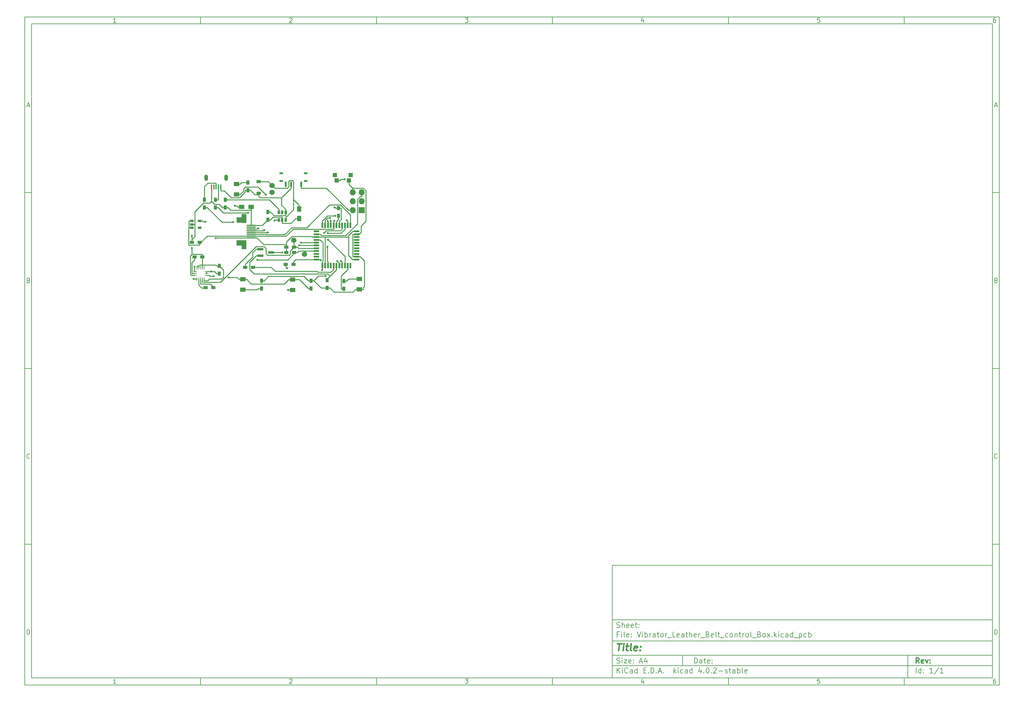
<source format=gtl>
G04 #@! TF.FileFunction,Copper,L1,Top,Signal*
%FSLAX46Y46*%
G04 Gerber Fmt 4.6, Leading zero omitted, Abs format (unit mm)*
G04 Created by KiCad (PCBNEW 4.0.2-stable) date 2016 October 13, Thursday 23:14:49*
%MOMM*%
G01*
G04 APERTURE LIST*
%ADD10C,0.100000*%
%ADD11C,0.150000*%
%ADD12C,0.300000*%
%ADD13C,0.400000*%
%ADD14R,1.200000X0.900000*%
%ADD15O,1.050000X1.800000*%
%ADD16R,0.400000X1.400000*%
%ADD17C,1.524000*%
%ADD18R,1.300000X1.500000*%
%ADD19R,0.900000X1.200000*%
%ADD20R,1.500000X1.300000*%
%ADD21R,1.220000X0.910000*%
%ADD22R,1.500000X1.200000*%
%ADD23R,0.650000X1.060000*%
%ADD24R,0.250000X1.000000*%
%ADD25R,1.000000X0.250000*%
%ADD26R,1.727200X1.727200*%
%ADD27O,1.727200X1.727200*%
%ADD28R,1.800860X0.800100*%
%ADD29R,1.000000X0.600000*%
%ADD30R,0.600000X1.500000*%
%ADD31R,1.200000X1.200000*%
%ADD32R,1.060000X0.650000*%
%ADD33R,0.550000X1.500000*%
%ADD34R,1.500000X0.550000*%
%ADD35R,2.500000X0.300000*%
%ADD36R,1.400000X2.500000*%
%ADD37R,2.800000X1.500000*%
%ADD38C,1.500000*%
%ADD39C,0.600000*%
%ADD40C,0.250000*%
G04 APERTURE END LIST*
D10*
D11*
X177002200Y-166007200D02*
X177002200Y-198007200D01*
X285002200Y-198007200D01*
X285002200Y-166007200D01*
X177002200Y-166007200D01*
D10*
D11*
X10000000Y-10000000D02*
X10000000Y-200007200D01*
X287002200Y-200007200D01*
X287002200Y-10000000D01*
X10000000Y-10000000D01*
D10*
D11*
X12000000Y-12000000D02*
X12000000Y-198007200D01*
X285002200Y-198007200D01*
X285002200Y-12000000D01*
X12000000Y-12000000D01*
D10*
D11*
X60000000Y-12000000D02*
X60000000Y-10000000D01*
D10*
D11*
X110000000Y-12000000D02*
X110000000Y-10000000D01*
D10*
D11*
X160000000Y-12000000D02*
X160000000Y-10000000D01*
D10*
D11*
X210000000Y-12000000D02*
X210000000Y-10000000D01*
D10*
D11*
X260000000Y-12000000D02*
X260000000Y-10000000D01*
D10*
D11*
X35990476Y-11588095D02*
X35247619Y-11588095D01*
X35619048Y-11588095D02*
X35619048Y-10288095D01*
X35495238Y-10473810D01*
X35371429Y-10597619D01*
X35247619Y-10659524D01*
D10*
D11*
X85247619Y-10411905D02*
X85309524Y-10350000D01*
X85433333Y-10288095D01*
X85742857Y-10288095D01*
X85866667Y-10350000D01*
X85928571Y-10411905D01*
X85990476Y-10535714D01*
X85990476Y-10659524D01*
X85928571Y-10845238D01*
X85185714Y-11588095D01*
X85990476Y-11588095D01*
D10*
D11*
X135185714Y-10288095D02*
X135990476Y-10288095D01*
X135557143Y-10783333D01*
X135742857Y-10783333D01*
X135866667Y-10845238D01*
X135928571Y-10907143D01*
X135990476Y-11030952D01*
X135990476Y-11340476D01*
X135928571Y-11464286D01*
X135866667Y-11526190D01*
X135742857Y-11588095D01*
X135371429Y-11588095D01*
X135247619Y-11526190D01*
X135185714Y-11464286D01*
D10*
D11*
X185866667Y-10721429D02*
X185866667Y-11588095D01*
X185557143Y-10226190D02*
X185247619Y-11154762D01*
X186052381Y-11154762D01*
D10*
D11*
X235928571Y-10288095D02*
X235309524Y-10288095D01*
X235247619Y-10907143D01*
X235309524Y-10845238D01*
X235433333Y-10783333D01*
X235742857Y-10783333D01*
X235866667Y-10845238D01*
X235928571Y-10907143D01*
X235990476Y-11030952D01*
X235990476Y-11340476D01*
X235928571Y-11464286D01*
X235866667Y-11526190D01*
X235742857Y-11588095D01*
X235433333Y-11588095D01*
X235309524Y-11526190D01*
X235247619Y-11464286D01*
D10*
D11*
X285866667Y-10288095D02*
X285619048Y-10288095D01*
X285495238Y-10350000D01*
X285433333Y-10411905D01*
X285309524Y-10597619D01*
X285247619Y-10845238D01*
X285247619Y-11340476D01*
X285309524Y-11464286D01*
X285371429Y-11526190D01*
X285495238Y-11588095D01*
X285742857Y-11588095D01*
X285866667Y-11526190D01*
X285928571Y-11464286D01*
X285990476Y-11340476D01*
X285990476Y-11030952D01*
X285928571Y-10907143D01*
X285866667Y-10845238D01*
X285742857Y-10783333D01*
X285495238Y-10783333D01*
X285371429Y-10845238D01*
X285309524Y-10907143D01*
X285247619Y-11030952D01*
D10*
D11*
X60000000Y-198007200D02*
X60000000Y-200007200D01*
D10*
D11*
X110000000Y-198007200D02*
X110000000Y-200007200D01*
D10*
D11*
X160000000Y-198007200D02*
X160000000Y-200007200D01*
D10*
D11*
X210000000Y-198007200D02*
X210000000Y-200007200D01*
D10*
D11*
X260000000Y-198007200D02*
X260000000Y-200007200D01*
D10*
D11*
X35990476Y-199595295D02*
X35247619Y-199595295D01*
X35619048Y-199595295D02*
X35619048Y-198295295D01*
X35495238Y-198481010D01*
X35371429Y-198604819D01*
X35247619Y-198666724D01*
D10*
D11*
X85247619Y-198419105D02*
X85309524Y-198357200D01*
X85433333Y-198295295D01*
X85742857Y-198295295D01*
X85866667Y-198357200D01*
X85928571Y-198419105D01*
X85990476Y-198542914D01*
X85990476Y-198666724D01*
X85928571Y-198852438D01*
X85185714Y-199595295D01*
X85990476Y-199595295D01*
D10*
D11*
X135185714Y-198295295D02*
X135990476Y-198295295D01*
X135557143Y-198790533D01*
X135742857Y-198790533D01*
X135866667Y-198852438D01*
X135928571Y-198914343D01*
X135990476Y-199038152D01*
X135990476Y-199347676D01*
X135928571Y-199471486D01*
X135866667Y-199533390D01*
X135742857Y-199595295D01*
X135371429Y-199595295D01*
X135247619Y-199533390D01*
X135185714Y-199471486D01*
D10*
D11*
X185866667Y-198728629D02*
X185866667Y-199595295D01*
X185557143Y-198233390D02*
X185247619Y-199161962D01*
X186052381Y-199161962D01*
D10*
D11*
X235928571Y-198295295D02*
X235309524Y-198295295D01*
X235247619Y-198914343D01*
X235309524Y-198852438D01*
X235433333Y-198790533D01*
X235742857Y-198790533D01*
X235866667Y-198852438D01*
X235928571Y-198914343D01*
X235990476Y-199038152D01*
X235990476Y-199347676D01*
X235928571Y-199471486D01*
X235866667Y-199533390D01*
X235742857Y-199595295D01*
X235433333Y-199595295D01*
X235309524Y-199533390D01*
X235247619Y-199471486D01*
D10*
D11*
X285866667Y-198295295D02*
X285619048Y-198295295D01*
X285495238Y-198357200D01*
X285433333Y-198419105D01*
X285309524Y-198604819D01*
X285247619Y-198852438D01*
X285247619Y-199347676D01*
X285309524Y-199471486D01*
X285371429Y-199533390D01*
X285495238Y-199595295D01*
X285742857Y-199595295D01*
X285866667Y-199533390D01*
X285928571Y-199471486D01*
X285990476Y-199347676D01*
X285990476Y-199038152D01*
X285928571Y-198914343D01*
X285866667Y-198852438D01*
X285742857Y-198790533D01*
X285495238Y-198790533D01*
X285371429Y-198852438D01*
X285309524Y-198914343D01*
X285247619Y-199038152D01*
D10*
D11*
X10000000Y-60000000D02*
X12000000Y-60000000D01*
D10*
D11*
X10000000Y-110000000D02*
X12000000Y-110000000D01*
D10*
D11*
X10000000Y-160000000D02*
X12000000Y-160000000D01*
D10*
D11*
X10690476Y-35216667D02*
X11309524Y-35216667D01*
X10566667Y-35588095D02*
X11000000Y-34288095D01*
X11433333Y-35588095D01*
D10*
D11*
X11092857Y-84907143D02*
X11278571Y-84969048D01*
X11340476Y-85030952D01*
X11402381Y-85154762D01*
X11402381Y-85340476D01*
X11340476Y-85464286D01*
X11278571Y-85526190D01*
X11154762Y-85588095D01*
X10659524Y-85588095D01*
X10659524Y-84288095D01*
X11092857Y-84288095D01*
X11216667Y-84350000D01*
X11278571Y-84411905D01*
X11340476Y-84535714D01*
X11340476Y-84659524D01*
X11278571Y-84783333D01*
X11216667Y-84845238D01*
X11092857Y-84907143D01*
X10659524Y-84907143D01*
D10*
D11*
X11402381Y-135464286D02*
X11340476Y-135526190D01*
X11154762Y-135588095D01*
X11030952Y-135588095D01*
X10845238Y-135526190D01*
X10721429Y-135402381D01*
X10659524Y-135278571D01*
X10597619Y-135030952D01*
X10597619Y-134845238D01*
X10659524Y-134597619D01*
X10721429Y-134473810D01*
X10845238Y-134350000D01*
X11030952Y-134288095D01*
X11154762Y-134288095D01*
X11340476Y-134350000D01*
X11402381Y-134411905D01*
D10*
D11*
X10659524Y-185588095D02*
X10659524Y-184288095D01*
X10969048Y-184288095D01*
X11154762Y-184350000D01*
X11278571Y-184473810D01*
X11340476Y-184597619D01*
X11402381Y-184845238D01*
X11402381Y-185030952D01*
X11340476Y-185278571D01*
X11278571Y-185402381D01*
X11154762Y-185526190D01*
X10969048Y-185588095D01*
X10659524Y-185588095D01*
D10*
D11*
X287002200Y-60000000D02*
X285002200Y-60000000D01*
D10*
D11*
X287002200Y-110000000D02*
X285002200Y-110000000D01*
D10*
D11*
X287002200Y-160000000D02*
X285002200Y-160000000D01*
D10*
D11*
X285692676Y-35216667D02*
X286311724Y-35216667D01*
X285568867Y-35588095D02*
X286002200Y-34288095D01*
X286435533Y-35588095D01*
D10*
D11*
X286095057Y-84907143D02*
X286280771Y-84969048D01*
X286342676Y-85030952D01*
X286404581Y-85154762D01*
X286404581Y-85340476D01*
X286342676Y-85464286D01*
X286280771Y-85526190D01*
X286156962Y-85588095D01*
X285661724Y-85588095D01*
X285661724Y-84288095D01*
X286095057Y-84288095D01*
X286218867Y-84350000D01*
X286280771Y-84411905D01*
X286342676Y-84535714D01*
X286342676Y-84659524D01*
X286280771Y-84783333D01*
X286218867Y-84845238D01*
X286095057Y-84907143D01*
X285661724Y-84907143D01*
D10*
D11*
X286404581Y-135464286D02*
X286342676Y-135526190D01*
X286156962Y-135588095D01*
X286033152Y-135588095D01*
X285847438Y-135526190D01*
X285723629Y-135402381D01*
X285661724Y-135278571D01*
X285599819Y-135030952D01*
X285599819Y-134845238D01*
X285661724Y-134597619D01*
X285723629Y-134473810D01*
X285847438Y-134350000D01*
X286033152Y-134288095D01*
X286156962Y-134288095D01*
X286342676Y-134350000D01*
X286404581Y-134411905D01*
D10*
D11*
X285661724Y-185588095D02*
X285661724Y-184288095D01*
X285971248Y-184288095D01*
X286156962Y-184350000D01*
X286280771Y-184473810D01*
X286342676Y-184597619D01*
X286404581Y-184845238D01*
X286404581Y-185030952D01*
X286342676Y-185278571D01*
X286280771Y-185402381D01*
X286156962Y-185526190D01*
X285971248Y-185588095D01*
X285661724Y-185588095D01*
D10*
D11*
X200359343Y-193785771D02*
X200359343Y-192285771D01*
X200716486Y-192285771D01*
X200930771Y-192357200D01*
X201073629Y-192500057D01*
X201145057Y-192642914D01*
X201216486Y-192928629D01*
X201216486Y-193142914D01*
X201145057Y-193428629D01*
X201073629Y-193571486D01*
X200930771Y-193714343D01*
X200716486Y-193785771D01*
X200359343Y-193785771D01*
X202502200Y-193785771D02*
X202502200Y-193000057D01*
X202430771Y-192857200D01*
X202287914Y-192785771D01*
X202002200Y-192785771D01*
X201859343Y-192857200D01*
X202502200Y-193714343D02*
X202359343Y-193785771D01*
X202002200Y-193785771D01*
X201859343Y-193714343D01*
X201787914Y-193571486D01*
X201787914Y-193428629D01*
X201859343Y-193285771D01*
X202002200Y-193214343D01*
X202359343Y-193214343D01*
X202502200Y-193142914D01*
X203002200Y-192785771D02*
X203573629Y-192785771D01*
X203216486Y-192285771D02*
X203216486Y-193571486D01*
X203287914Y-193714343D01*
X203430772Y-193785771D01*
X203573629Y-193785771D01*
X204645057Y-193714343D02*
X204502200Y-193785771D01*
X204216486Y-193785771D01*
X204073629Y-193714343D01*
X204002200Y-193571486D01*
X204002200Y-193000057D01*
X204073629Y-192857200D01*
X204216486Y-192785771D01*
X204502200Y-192785771D01*
X204645057Y-192857200D01*
X204716486Y-193000057D01*
X204716486Y-193142914D01*
X204002200Y-193285771D01*
X205359343Y-193642914D02*
X205430771Y-193714343D01*
X205359343Y-193785771D01*
X205287914Y-193714343D01*
X205359343Y-193642914D01*
X205359343Y-193785771D01*
X205359343Y-192857200D02*
X205430771Y-192928629D01*
X205359343Y-193000057D01*
X205287914Y-192928629D01*
X205359343Y-192857200D01*
X205359343Y-193000057D01*
D10*
D11*
X177002200Y-194507200D02*
X285002200Y-194507200D01*
D10*
D11*
X178359343Y-196585771D02*
X178359343Y-195085771D01*
X179216486Y-196585771D02*
X178573629Y-195728629D01*
X179216486Y-195085771D02*
X178359343Y-195942914D01*
X179859343Y-196585771D02*
X179859343Y-195585771D01*
X179859343Y-195085771D02*
X179787914Y-195157200D01*
X179859343Y-195228629D01*
X179930771Y-195157200D01*
X179859343Y-195085771D01*
X179859343Y-195228629D01*
X181430772Y-196442914D02*
X181359343Y-196514343D01*
X181145057Y-196585771D01*
X181002200Y-196585771D01*
X180787915Y-196514343D01*
X180645057Y-196371486D01*
X180573629Y-196228629D01*
X180502200Y-195942914D01*
X180502200Y-195728629D01*
X180573629Y-195442914D01*
X180645057Y-195300057D01*
X180787915Y-195157200D01*
X181002200Y-195085771D01*
X181145057Y-195085771D01*
X181359343Y-195157200D01*
X181430772Y-195228629D01*
X182716486Y-196585771D02*
X182716486Y-195800057D01*
X182645057Y-195657200D01*
X182502200Y-195585771D01*
X182216486Y-195585771D01*
X182073629Y-195657200D01*
X182716486Y-196514343D02*
X182573629Y-196585771D01*
X182216486Y-196585771D01*
X182073629Y-196514343D01*
X182002200Y-196371486D01*
X182002200Y-196228629D01*
X182073629Y-196085771D01*
X182216486Y-196014343D01*
X182573629Y-196014343D01*
X182716486Y-195942914D01*
X184073629Y-196585771D02*
X184073629Y-195085771D01*
X184073629Y-196514343D02*
X183930772Y-196585771D01*
X183645058Y-196585771D01*
X183502200Y-196514343D01*
X183430772Y-196442914D01*
X183359343Y-196300057D01*
X183359343Y-195871486D01*
X183430772Y-195728629D01*
X183502200Y-195657200D01*
X183645058Y-195585771D01*
X183930772Y-195585771D01*
X184073629Y-195657200D01*
X185930772Y-195800057D02*
X186430772Y-195800057D01*
X186645058Y-196585771D02*
X185930772Y-196585771D01*
X185930772Y-195085771D01*
X186645058Y-195085771D01*
X187287915Y-196442914D02*
X187359343Y-196514343D01*
X187287915Y-196585771D01*
X187216486Y-196514343D01*
X187287915Y-196442914D01*
X187287915Y-196585771D01*
X188002201Y-196585771D02*
X188002201Y-195085771D01*
X188359344Y-195085771D01*
X188573629Y-195157200D01*
X188716487Y-195300057D01*
X188787915Y-195442914D01*
X188859344Y-195728629D01*
X188859344Y-195942914D01*
X188787915Y-196228629D01*
X188716487Y-196371486D01*
X188573629Y-196514343D01*
X188359344Y-196585771D01*
X188002201Y-196585771D01*
X189502201Y-196442914D02*
X189573629Y-196514343D01*
X189502201Y-196585771D01*
X189430772Y-196514343D01*
X189502201Y-196442914D01*
X189502201Y-196585771D01*
X190145058Y-196157200D02*
X190859344Y-196157200D01*
X190002201Y-196585771D02*
X190502201Y-195085771D01*
X191002201Y-196585771D01*
X191502201Y-196442914D02*
X191573629Y-196514343D01*
X191502201Y-196585771D01*
X191430772Y-196514343D01*
X191502201Y-196442914D01*
X191502201Y-196585771D01*
X194502201Y-196585771D02*
X194502201Y-195085771D01*
X194645058Y-196014343D02*
X195073629Y-196585771D01*
X195073629Y-195585771D02*
X194502201Y-196157200D01*
X195716487Y-196585771D02*
X195716487Y-195585771D01*
X195716487Y-195085771D02*
X195645058Y-195157200D01*
X195716487Y-195228629D01*
X195787915Y-195157200D01*
X195716487Y-195085771D01*
X195716487Y-195228629D01*
X197073630Y-196514343D02*
X196930773Y-196585771D01*
X196645059Y-196585771D01*
X196502201Y-196514343D01*
X196430773Y-196442914D01*
X196359344Y-196300057D01*
X196359344Y-195871486D01*
X196430773Y-195728629D01*
X196502201Y-195657200D01*
X196645059Y-195585771D01*
X196930773Y-195585771D01*
X197073630Y-195657200D01*
X198359344Y-196585771D02*
X198359344Y-195800057D01*
X198287915Y-195657200D01*
X198145058Y-195585771D01*
X197859344Y-195585771D01*
X197716487Y-195657200D01*
X198359344Y-196514343D02*
X198216487Y-196585771D01*
X197859344Y-196585771D01*
X197716487Y-196514343D01*
X197645058Y-196371486D01*
X197645058Y-196228629D01*
X197716487Y-196085771D01*
X197859344Y-196014343D01*
X198216487Y-196014343D01*
X198359344Y-195942914D01*
X199716487Y-196585771D02*
X199716487Y-195085771D01*
X199716487Y-196514343D02*
X199573630Y-196585771D01*
X199287916Y-196585771D01*
X199145058Y-196514343D01*
X199073630Y-196442914D01*
X199002201Y-196300057D01*
X199002201Y-195871486D01*
X199073630Y-195728629D01*
X199145058Y-195657200D01*
X199287916Y-195585771D01*
X199573630Y-195585771D01*
X199716487Y-195657200D01*
X202216487Y-195585771D02*
X202216487Y-196585771D01*
X201859344Y-195014343D02*
X201502201Y-196085771D01*
X202430773Y-196085771D01*
X203002201Y-196442914D02*
X203073629Y-196514343D01*
X203002201Y-196585771D01*
X202930772Y-196514343D01*
X203002201Y-196442914D01*
X203002201Y-196585771D01*
X204002201Y-195085771D02*
X204145058Y-195085771D01*
X204287915Y-195157200D01*
X204359344Y-195228629D01*
X204430773Y-195371486D01*
X204502201Y-195657200D01*
X204502201Y-196014343D01*
X204430773Y-196300057D01*
X204359344Y-196442914D01*
X204287915Y-196514343D01*
X204145058Y-196585771D01*
X204002201Y-196585771D01*
X203859344Y-196514343D01*
X203787915Y-196442914D01*
X203716487Y-196300057D01*
X203645058Y-196014343D01*
X203645058Y-195657200D01*
X203716487Y-195371486D01*
X203787915Y-195228629D01*
X203859344Y-195157200D01*
X204002201Y-195085771D01*
X205145058Y-196442914D02*
X205216486Y-196514343D01*
X205145058Y-196585771D01*
X205073629Y-196514343D01*
X205145058Y-196442914D01*
X205145058Y-196585771D01*
X205787915Y-195228629D02*
X205859344Y-195157200D01*
X206002201Y-195085771D01*
X206359344Y-195085771D01*
X206502201Y-195157200D01*
X206573630Y-195228629D01*
X206645058Y-195371486D01*
X206645058Y-195514343D01*
X206573630Y-195728629D01*
X205716487Y-196585771D01*
X206645058Y-196585771D01*
X207287915Y-196014343D02*
X208430772Y-196014343D01*
X209073629Y-196514343D02*
X209216486Y-196585771D01*
X209502201Y-196585771D01*
X209645058Y-196514343D01*
X209716486Y-196371486D01*
X209716486Y-196300057D01*
X209645058Y-196157200D01*
X209502201Y-196085771D01*
X209287915Y-196085771D01*
X209145058Y-196014343D01*
X209073629Y-195871486D01*
X209073629Y-195800057D01*
X209145058Y-195657200D01*
X209287915Y-195585771D01*
X209502201Y-195585771D01*
X209645058Y-195657200D01*
X210145058Y-195585771D02*
X210716487Y-195585771D01*
X210359344Y-195085771D02*
X210359344Y-196371486D01*
X210430772Y-196514343D01*
X210573630Y-196585771D01*
X210716487Y-196585771D01*
X211859344Y-196585771D02*
X211859344Y-195800057D01*
X211787915Y-195657200D01*
X211645058Y-195585771D01*
X211359344Y-195585771D01*
X211216487Y-195657200D01*
X211859344Y-196514343D02*
X211716487Y-196585771D01*
X211359344Y-196585771D01*
X211216487Y-196514343D01*
X211145058Y-196371486D01*
X211145058Y-196228629D01*
X211216487Y-196085771D01*
X211359344Y-196014343D01*
X211716487Y-196014343D01*
X211859344Y-195942914D01*
X212573630Y-196585771D02*
X212573630Y-195085771D01*
X212573630Y-195657200D02*
X212716487Y-195585771D01*
X213002201Y-195585771D01*
X213145058Y-195657200D01*
X213216487Y-195728629D01*
X213287916Y-195871486D01*
X213287916Y-196300057D01*
X213216487Y-196442914D01*
X213145058Y-196514343D01*
X213002201Y-196585771D01*
X212716487Y-196585771D01*
X212573630Y-196514343D01*
X214145059Y-196585771D02*
X214002201Y-196514343D01*
X213930773Y-196371486D01*
X213930773Y-195085771D01*
X215287915Y-196514343D02*
X215145058Y-196585771D01*
X214859344Y-196585771D01*
X214716487Y-196514343D01*
X214645058Y-196371486D01*
X214645058Y-195800057D01*
X214716487Y-195657200D01*
X214859344Y-195585771D01*
X215145058Y-195585771D01*
X215287915Y-195657200D01*
X215359344Y-195800057D01*
X215359344Y-195942914D01*
X214645058Y-196085771D01*
D10*
D11*
X177002200Y-191507200D02*
X285002200Y-191507200D01*
D10*
D12*
X264216486Y-193785771D02*
X263716486Y-193071486D01*
X263359343Y-193785771D02*
X263359343Y-192285771D01*
X263930771Y-192285771D01*
X264073629Y-192357200D01*
X264145057Y-192428629D01*
X264216486Y-192571486D01*
X264216486Y-192785771D01*
X264145057Y-192928629D01*
X264073629Y-193000057D01*
X263930771Y-193071486D01*
X263359343Y-193071486D01*
X265430771Y-193714343D02*
X265287914Y-193785771D01*
X265002200Y-193785771D01*
X264859343Y-193714343D01*
X264787914Y-193571486D01*
X264787914Y-193000057D01*
X264859343Y-192857200D01*
X265002200Y-192785771D01*
X265287914Y-192785771D01*
X265430771Y-192857200D01*
X265502200Y-193000057D01*
X265502200Y-193142914D01*
X264787914Y-193285771D01*
X266002200Y-192785771D02*
X266359343Y-193785771D01*
X266716485Y-192785771D01*
X267287914Y-193642914D02*
X267359342Y-193714343D01*
X267287914Y-193785771D01*
X267216485Y-193714343D01*
X267287914Y-193642914D01*
X267287914Y-193785771D01*
X267287914Y-192857200D02*
X267359342Y-192928629D01*
X267287914Y-193000057D01*
X267216485Y-192928629D01*
X267287914Y-192857200D01*
X267287914Y-193000057D01*
D10*
D11*
X178287914Y-193714343D02*
X178502200Y-193785771D01*
X178859343Y-193785771D01*
X179002200Y-193714343D01*
X179073629Y-193642914D01*
X179145057Y-193500057D01*
X179145057Y-193357200D01*
X179073629Y-193214343D01*
X179002200Y-193142914D01*
X178859343Y-193071486D01*
X178573629Y-193000057D01*
X178430771Y-192928629D01*
X178359343Y-192857200D01*
X178287914Y-192714343D01*
X178287914Y-192571486D01*
X178359343Y-192428629D01*
X178430771Y-192357200D01*
X178573629Y-192285771D01*
X178930771Y-192285771D01*
X179145057Y-192357200D01*
X179787914Y-193785771D02*
X179787914Y-192785771D01*
X179787914Y-192285771D02*
X179716485Y-192357200D01*
X179787914Y-192428629D01*
X179859342Y-192357200D01*
X179787914Y-192285771D01*
X179787914Y-192428629D01*
X180359343Y-192785771D02*
X181145057Y-192785771D01*
X180359343Y-193785771D01*
X181145057Y-193785771D01*
X182287914Y-193714343D02*
X182145057Y-193785771D01*
X181859343Y-193785771D01*
X181716486Y-193714343D01*
X181645057Y-193571486D01*
X181645057Y-193000057D01*
X181716486Y-192857200D01*
X181859343Y-192785771D01*
X182145057Y-192785771D01*
X182287914Y-192857200D01*
X182359343Y-193000057D01*
X182359343Y-193142914D01*
X181645057Y-193285771D01*
X183002200Y-193642914D02*
X183073628Y-193714343D01*
X183002200Y-193785771D01*
X182930771Y-193714343D01*
X183002200Y-193642914D01*
X183002200Y-193785771D01*
X183002200Y-192857200D02*
X183073628Y-192928629D01*
X183002200Y-193000057D01*
X182930771Y-192928629D01*
X183002200Y-192857200D01*
X183002200Y-193000057D01*
X184787914Y-193357200D02*
X185502200Y-193357200D01*
X184645057Y-193785771D02*
X185145057Y-192285771D01*
X185645057Y-193785771D01*
X186787914Y-192785771D02*
X186787914Y-193785771D01*
X186430771Y-192214343D02*
X186073628Y-193285771D01*
X187002200Y-193285771D01*
D10*
D11*
X263359343Y-196585771D02*
X263359343Y-195085771D01*
X264716486Y-196585771D02*
X264716486Y-195085771D01*
X264716486Y-196514343D02*
X264573629Y-196585771D01*
X264287915Y-196585771D01*
X264145057Y-196514343D01*
X264073629Y-196442914D01*
X264002200Y-196300057D01*
X264002200Y-195871486D01*
X264073629Y-195728629D01*
X264145057Y-195657200D01*
X264287915Y-195585771D01*
X264573629Y-195585771D01*
X264716486Y-195657200D01*
X265430772Y-196442914D02*
X265502200Y-196514343D01*
X265430772Y-196585771D01*
X265359343Y-196514343D01*
X265430772Y-196442914D01*
X265430772Y-196585771D01*
X265430772Y-195657200D02*
X265502200Y-195728629D01*
X265430772Y-195800057D01*
X265359343Y-195728629D01*
X265430772Y-195657200D01*
X265430772Y-195800057D01*
X268073629Y-196585771D02*
X267216486Y-196585771D01*
X267645058Y-196585771D02*
X267645058Y-195085771D01*
X267502201Y-195300057D01*
X267359343Y-195442914D01*
X267216486Y-195514343D01*
X269787914Y-195014343D02*
X268502200Y-196942914D01*
X271073629Y-196585771D02*
X270216486Y-196585771D01*
X270645058Y-196585771D02*
X270645058Y-195085771D01*
X270502201Y-195300057D01*
X270359343Y-195442914D01*
X270216486Y-195514343D01*
D10*
D11*
X177002200Y-187507200D02*
X285002200Y-187507200D01*
D10*
D13*
X178454581Y-188211962D02*
X179597438Y-188211962D01*
X178776010Y-190211962D02*
X179026010Y-188211962D01*
X180014105Y-190211962D02*
X180180771Y-188878629D01*
X180264105Y-188211962D02*
X180156962Y-188307200D01*
X180240295Y-188402438D01*
X180347439Y-188307200D01*
X180264105Y-188211962D01*
X180240295Y-188402438D01*
X180847438Y-188878629D02*
X181609343Y-188878629D01*
X181216486Y-188211962D02*
X181002200Y-189926248D01*
X181073630Y-190116724D01*
X181252201Y-190211962D01*
X181442677Y-190211962D01*
X182395058Y-190211962D02*
X182216487Y-190116724D01*
X182145057Y-189926248D01*
X182359343Y-188211962D01*
X183930772Y-190116724D02*
X183728391Y-190211962D01*
X183347439Y-190211962D01*
X183168867Y-190116724D01*
X183097438Y-189926248D01*
X183192676Y-189164343D01*
X183311724Y-188973867D01*
X183514105Y-188878629D01*
X183895057Y-188878629D01*
X184073629Y-188973867D01*
X184145057Y-189164343D01*
X184121248Y-189354819D01*
X183145057Y-189545295D01*
X184895057Y-190021486D02*
X184978392Y-190116724D01*
X184871248Y-190211962D01*
X184787915Y-190116724D01*
X184895057Y-190021486D01*
X184871248Y-190211962D01*
X185026010Y-188973867D02*
X185109344Y-189069105D01*
X185002200Y-189164343D01*
X184918867Y-189069105D01*
X185026010Y-188973867D01*
X185002200Y-189164343D01*
D10*
D11*
X178859343Y-185600057D02*
X178359343Y-185600057D01*
X178359343Y-186385771D02*
X178359343Y-184885771D01*
X179073629Y-184885771D01*
X179645057Y-186385771D02*
X179645057Y-185385771D01*
X179645057Y-184885771D02*
X179573628Y-184957200D01*
X179645057Y-185028629D01*
X179716485Y-184957200D01*
X179645057Y-184885771D01*
X179645057Y-185028629D01*
X180573629Y-186385771D02*
X180430771Y-186314343D01*
X180359343Y-186171486D01*
X180359343Y-184885771D01*
X181716485Y-186314343D02*
X181573628Y-186385771D01*
X181287914Y-186385771D01*
X181145057Y-186314343D01*
X181073628Y-186171486D01*
X181073628Y-185600057D01*
X181145057Y-185457200D01*
X181287914Y-185385771D01*
X181573628Y-185385771D01*
X181716485Y-185457200D01*
X181787914Y-185600057D01*
X181787914Y-185742914D01*
X181073628Y-185885771D01*
X182430771Y-186242914D02*
X182502199Y-186314343D01*
X182430771Y-186385771D01*
X182359342Y-186314343D01*
X182430771Y-186242914D01*
X182430771Y-186385771D01*
X182430771Y-185457200D02*
X182502199Y-185528629D01*
X182430771Y-185600057D01*
X182359342Y-185528629D01*
X182430771Y-185457200D01*
X182430771Y-185600057D01*
X184073628Y-184885771D02*
X184573628Y-186385771D01*
X185073628Y-184885771D01*
X185573628Y-186385771D02*
X185573628Y-185385771D01*
X185573628Y-184885771D02*
X185502199Y-184957200D01*
X185573628Y-185028629D01*
X185645056Y-184957200D01*
X185573628Y-184885771D01*
X185573628Y-185028629D01*
X186287914Y-186385771D02*
X186287914Y-184885771D01*
X186287914Y-185457200D02*
X186430771Y-185385771D01*
X186716485Y-185385771D01*
X186859342Y-185457200D01*
X186930771Y-185528629D01*
X187002200Y-185671486D01*
X187002200Y-186100057D01*
X186930771Y-186242914D01*
X186859342Y-186314343D01*
X186716485Y-186385771D01*
X186430771Y-186385771D01*
X186287914Y-186314343D01*
X187645057Y-186385771D02*
X187645057Y-185385771D01*
X187645057Y-185671486D02*
X187716485Y-185528629D01*
X187787914Y-185457200D01*
X187930771Y-185385771D01*
X188073628Y-185385771D01*
X189216485Y-186385771D02*
X189216485Y-185600057D01*
X189145056Y-185457200D01*
X189002199Y-185385771D01*
X188716485Y-185385771D01*
X188573628Y-185457200D01*
X189216485Y-186314343D02*
X189073628Y-186385771D01*
X188716485Y-186385771D01*
X188573628Y-186314343D01*
X188502199Y-186171486D01*
X188502199Y-186028629D01*
X188573628Y-185885771D01*
X188716485Y-185814343D01*
X189073628Y-185814343D01*
X189216485Y-185742914D01*
X189716485Y-185385771D02*
X190287914Y-185385771D01*
X189930771Y-184885771D02*
X189930771Y-186171486D01*
X190002199Y-186314343D01*
X190145057Y-186385771D01*
X190287914Y-186385771D01*
X191002200Y-186385771D02*
X190859342Y-186314343D01*
X190787914Y-186242914D01*
X190716485Y-186100057D01*
X190716485Y-185671486D01*
X190787914Y-185528629D01*
X190859342Y-185457200D01*
X191002200Y-185385771D01*
X191216485Y-185385771D01*
X191359342Y-185457200D01*
X191430771Y-185528629D01*
X191502200Y-185671486D01*
X191502200Y-186100057D01*
X191430771Y-186242914D01*
X191359342Y-186314343D01*
X191216485Y-186385771D01*
X191002200Y-186385771D01*
X192145057Y-186385771D02*
X192145057Y-185385771D01*
X192145057Y-185671486D02*
X192216485Y-185528629D01*
X192287914Y-185457200D01*
X192430771Y-185385771D01*
X192573628Y-185385771D01*
X192716485Y-186528629D02*
X193859342Y-186528629D01*
X194930771Y-186385771D02*
X194216485Y-186385771D01*
X194216485Y-184885771D01*
X196002199Y-186314343D02*
X195859342Y-186385771D01*
X195573628Y-186385771D01*
X195430771Y-186314343D01*
X195359342Y-186171486D01*
X195359342Y-185600057D01*
X195430771Y-185457200D01*
X195573628Y-185385771D01*
X195859342Y-185385771D01*
X196002199Y-185457200D01*
X196073628Y-185600057D01*
X196073628Y-185742914D01*
X195359342Y-185885771D01*
X197359342Y-186385771D02*
X197359342Y-185600057D01*
X197287913Y-185457200D01*
X197145056Y-185385771D01*
X196859342Y-185385771D01*
X196716485Y-185457200D01*
X197359342Y-186314343D02*
X197216485Y-186385771D01*
X196859342Y-186385771D01*
X196716485Y-186314343D01*
X196645056Y-186171486D01*
X196645056Y-186028629D01*
X196716485Y-185885771D01*
X196859342Y-185814343D01*
X197216485Y-185814343D01*
X197359342Y-185742914D01*
X197859342Y-185385771D02*
X198430771Y-185385771D01*
X198073628Y-184885771D02*
X198073628Y-186171486D01*
X198145056Y-186314343D01*
X198287914Y-186385771D01*
X198430771Y-186385771D01*
X198930771Y-186385771D02*
X198930771Y-184885771D01*
X199573628Y-186385771D02*
X199573628Y-185600057D01*
X199502199Y-185457200D01*
X199359342Y-185385771D01*
X199145057Y-185385771D01*
X199002199Y-185457200D01*
X198930771Y-185528629D01*
X200859342Y-186314343D02*
X200716485Y-186385771D01*
X200430771Y-186385771D01*
X200287914Y-186314343D01*
X200216485Y-186171486D01*
X200216485Y-185600057D01*
X200287914Y-185457200D01*
X200430771Y-185385771D01*
X200716485Y-185385771D01*
X200859342Y-185457200D01*
X200930771Y-185600057D01*
X200930771Y-185742914D01*
X200216485Y-185885771D01*
X201573628Y-186385771D02*
X201573628Y-185385771D01*
X201573628Y-185671486D02*
X201645056Y-185528629D01*
X201716485Y-185457200D01*
X201859342Y-185385771D01*
X202002199Y-185385771D01*
X202145056Y-186528629D02*
X203287913Y-186528629D01*
X204145056Y-185600057D02*
X204359342Y-185671486D01*
X204430770Y-185742914D01*
X204502199Y-185885771D01*
X204502199Y-186100057D01*
X204430770Y-186242914D01*
X204359342Y-186314343D01*
X204216484Y-186385771D01*
X203645056Y-186385771D01*
X203645056Y-184885771D01*
X204145056Y-184885771D01*
X204287913Y-184957200D01*
X204359342Y-185028629D01*
X204430770Y-185171486D01*
X204430770Y-185314343D01*
X204359342Y-185457200D01*
X204287913Y-185528629D01*
X204145056Y-185600057D01*
X203645056Y-185600057D01*
X205716484Y-186314343D02*
X205573627Y-186385771D01*
X205287913Y-186385771D01*
X205145056Y-186314343D01*
X205073627Y-186171486D01*
X205073627Y-185600057D01*
X205145056Y-185457200D01*
X205287913Y-185385771D01*
X205573627Y-185385771D01*
X205716484Y-185457200D01*
X205787913Y-185600057D01*
X205787913Y-185742914D01*
X205073627Y-185885771D01*
X206645056Y-186385771D02*
X206502198Y-186314343D01*
X206430770Y-186171486D01*
X206430770Y-184885771D01*
X207002198Y-185385771D02*
X207573627Y-185385771D01*
X207216484Y-184885771D02*
X207216484Y-186171486D01*
X207287912Y-186314343D01*
X207430770Y-186385771D01*
X207573627Y-186385771D01*
X207716484Y-186528629D02*
X208859341Y-186528629D01*
X209859341Y-186314343D02*
X209716484Y-186385771D01*
X209430770Y-186385771D01*
X209287912Y-186314343D01*
X209216484Y-186242914D01*
X209145055Y-186100057D01*
X209145055Y-185671486D01*
X209216484Y-185528629D01*
X209287912Y-185457200D01*
X209430770Y-185385771D01*
X209716484Y-185385771D01*
X209859341Y-185457200D01*
X210716484Y-186385771D02*
X210573626Y-186314343D01*
X210502198Y-186242914D01*
X210430769Y-186100057D01*
X210430769Y-185671486D01*
X210502198Y-185528629D01*
X210573626Y-185457200D01*
X210716484Y-185385771D01*
X210930769Y-185385771D01*
X211073626Y-185457200D01*
X211145055Y-185528629D01*
X211216484Y-185671486D01*
X211216484Y-186100057D01*
X211145055Y-186242914D01*
X211073626Y-186314343D01*
X210930769Y-186385771D01*
X210716484Y-186385771D01*
X211859341Y-185385771D02*
X211859341Y-186385771D01*
X211859341Y-185528629D02*
X211930769Y-185457200D01*
X212073627Y-185385771D01*
X212287912Y-185385771D01*
X212430769Y-185457200D01*
X212502198Y-185600057D01*
X212502198Y-186385771D01*
X213002198Y-185385771D02*
X213573627Y-185385771D01*
X213216484Y-184885771D02*
X213216484Y-186171486D01*
X213287912Y-186314343D01*
X213430770Y-186385771D01*
X213573627Y-186385771D01*
X214073627Y-186385771D02*
X214073627Y-185385771D01*
X214073627Y-185671486D02*
X214145055Y-185528629D01*
X214216484Y-185457200D01*
X214359341Y-185385771D01*
X214502198Y-185385771D01*
X215216484Y-186385771D02*
X215073626Y-186314343D01*
X215002198Y-186242914D01*
X214930769Y-186100057D01*
X214930769Y-185671486D01*
X215002198Y-185528629D01*
X215073626Y-185457200D01*
X215216484Y-185385771D01*
X215430769Y-185385771D01*
X215573626Y-185457200D01*
X215645055Y-185528629D01*
X215716484Y-185671486D01*
X215716484Y-186100057D01*
X215645055Y-186242914D01*
X215573626Y-186314343D01*
X215430769Y-186385771D01*
X215216484Y-186385771D01*
X216573627Y-186385771D02*
X216430769Y-186314343D01*
X216359341Y-186171486D01*
X216359341Y-184885771D01*
X216787912Y-186528629D02*
X217930769Y-186528629D01*
X218787912Y-185600057D02*
X219002198Y-185671486D01*
X219073626Y-185742914D01*
X219145055Y-185885771D01*
X219145055Y-186100057D01*
X219073626Y-186242914D01*
X219002198Y-186314343D01*
X218859340Y-186385771D01*
X218287912Y-186385771D01*
X218287912Y-184885771D01*
X218787912Y-184885771D01*
X218930769Y-184957200D01*
X219002198Y-185028629D01*
X219073626Y-185171486D01*
X219073626Y-185314343D01*
X219002198Y-185457200D01*
X218930769Y-185528629D01*
X218787912Y-185600057D01*
X218287912Y-185600057D01*
X220002198Y-186385771D02*
X219859340Y-186314343D01*
X219787912Y-186242914D01*
X219716483Y-186100057D01*
X219716483Y-185671486D01*
X219787912Y-185528629D01*
X219859340Y-185457200D01*
X220002198Y-185385771D01*
X220216483Y-185385771D01*
X220359340Y-185457200D01*
X220430769Y-185528629D01*
X220502198Y-185671486D01*
X220502198Y-186100057D01*
X220430769Y-186242914D01*
X220359340Y-186314343D01*
X220216483Y-186385771D01*
X220002198Y-186385771D01*
X221002198Y-186385771D02*
X221787912Y-185385771D01*
X221002198Y-185385771D02*
X221787912Y-186385771D01*
X222359341Y-186242914D02*
X222430769Y-186314343D01*
X222359341Y-186385771D01*
X222287912Y-186314343D01*
X222359341Y-186242914D01*
X222359341Y-186385771D01*
X223073627Y-186385771D02*
X223073627Y-184885771D01*
X223216484Y-185814343D02*
X223645055Y-186385771D01*
X223645055Y-185385771D02*
X223073627Y-185957200D01*
X224287913Y-186385771D02*
X224287913Y-185385771D01*
X224287913Y-184885771D02*
X224216484Y-184957200D01*
X224287913Y-185028629D01*
X224359341Y-184957200D01*
X224287913Y-184885771D01*
X224287913Y-185028629D01*
X225645056Y-186314343D02*
X225502199Y-186385771D01*
X225216485Y-186385771D01*
X225073627Y-186314343D01*
X225002199Y-186242914D01*
X224930770Y-186100057D01*
X224930770Y-185671486D01*
X225002199Y-185528629D01*
X225073627Y-185457200D01*
X225216485Y-185385771D01*
X225502199Y-185385771D01*
X225645056Y-185457200D01*
X226930770Y-186385771D02*
X226930770Y-185600057D01*
X226859341Y-185457200D01*
X226716484Y-185385771D01*
X226430770Y-185385771D01*
X226287913Y-185457200D01*
X226930770Y-186314343D02*
X226787913Y-186385771D01*
X226430770Y-186385771D01*
X226287913Y-186314343D01*
X226216484Y-186171486D01*
X226216484Y-186028629D01*
X226287913Y-185885771D01*
X226430770Y-185814343D01*
X226787913Y-185814343D01*
X226930770Y-185742914D01*
X228287913Y-186385771D02*
X228287913Y-184885771D01*
X228287913Y-186314343D02*
X228145056Y-186385771D01*
X227859342Y-186385771D01*
X227716484Y-186314343D01*
X227645056Y-186242914D01*
X227573627Y-186100057D01*
X227573627Y-185671486D01*
X227645056Y-185528629D01*
X227716484Y-185457200D01*
X227859342Y-185385771D01*
X228145056Y-185385771D01*
X228287913Y-185457200D01*
X228645056Y-186528629D02*
X229787913Y-186528629D01*
X230145056Y-185385771D02*
X230145056Y-186885771D01*
X230145056Y-185457200D02*
X230287913Y-185385771D01*
X230573627Y-185385771D01*
X230716484Y-185457200D01*
X230787913Y-185528629D01*
X230859342Y-185671486D01*
X230859342Y-186100057D01*
X230787913Y-186242914D01*
X230716484Y-186314343D01*
X230573627Y-186385771D01*
X230287913Y-186385771D01*
X230145056Y-186314343D01*
X232145056Y-186314343D02*
X232002199Y-186385771D01*
X231716485Y-186385771D01*
X231573627Y-186314343D01*
X231502199Y-186242914D01*
X231430770Y-186100057D01*
X231430770Y-185671486D01*
X231502199Y-185528629D01*
X231573627Y-185457200D01*
X231716485Y-185385771D01*
X232002199Y-185385771D01*
X232145056Y-185457200D01*
X232787913Y-186385771D02*
X232787913Y-184885771D01*
X232787913Y-185457200D02*
X232930770Y-185385771D01*
X233216484Y-185385771D01*
X233359341Y-185457200D01*
X233430770Y-185528629D01*
X233502199Y-185671486D01*
X233502199Y-186100057D01*
X233430770Y-186242914D01*
X233359341Y-186314343D01*
X233216484Y-186385771D01*
X232930770Y-186385771D01*
X232787913Y-186314343D01*
D10*
D11*
X177002200Y-181507200D02*
X285002200Y-181507200D01*
D10*
D11*
X178287914Y-183614343D02*
X178502200Y-183685771D01*
X178859343Y-183685771D01*
X179002200Y-183614343D01*
X179073629Y-183542914D01*
X179145057Y-183400057D01*
X179145057Y-183257200D01*
X179073629Y-183114343D01*
X179002200Y-183042914D01*
X178859343Y-182971486D01*
X178573629Y-182900057D01*
X178430771Y-182828629D01*
X178359343Y-182757200D01*
X178287914Y-182614343D01*
X178287914Y-182471486D01*
X178359343Y-182328629D01*
X178430771Y-182257200D01*
X178573629Y-182185771D01*
X178930771Y-182185771D01*
X179145057Y-182257200D01*
X179787914Y-183685771D02*
X179787914Y-182185771D01*
X180430771Y-183685771D02*
X180430771Y-182900057D01*
X180359342Y-182757200D01*
X180216485Y-182685771D01*
X180002200Y-182685771D01*
X179859342Y-182757200D01*
X179787914Y-182828629D01*
X181716485Y-183614343D02*
X181573628Y-183685771D01*
X181287914Y-183685771D01*
X181145057Y-183614343D01*
X181073628Y-183471486D01*
X181073628Y-182900057D01*
X181145057Y-182757200D01*
X181287914Y-182685771D01*
X181573628Y-182685771D01*
X181716485Y-182757200D01*
X181787914Y-182900057D01*
X181787914Y-183042914D01*
X181073628Y-183185771D01*
X183002199Y-183614343D02*
X182859342Y-183685771D01*
X182573628Y-183685771D01*
X182430771Y-183614343D01*
X182359342Y-183471486D01*
X182359342Y-182900057D01*
X182430771Y-182757200D01*
X182573628Y-182685771D01*
X182859342Y-182685771D01*
X183002199Y-182757200D01*
X183073628Y-182900057D01*
X183073628Y-183042914D01*
X182359342Y-183185771D01*
X183502199Y-182685771D02*
X184073628Y-182685771D01*
X183716485Y-182185771D02*
X183716485Y-183471486D01*
X183787913Y-183614343D01*
X183930771Y-183685771D01*
X184073628Y-183685771D01*
X184573628Y-183542914D02*
X184645056Y-183614343D01*
X184573628Y-183685771D01*
X184502199Y-183614343D01*
X184573628Y-183542914D01*
X184573628Y-183685771D01*
X184573628Y-182757200D02*
X184645056Y-182828629D01*
X184573628Y-182900057D01*
X184502199Y-182828629D01*
X184573628Y-182757200D01*
X184573628Y-182900057D01*
D10*
D11*
X197002200Y-191507200D02*
X197002200Y-194507200D01*
D10*
D11*
X261002200Y-191507200D02*
X261002200Y-198007200D01*
D14*
X60500000Y-78300000D03*
X58300000Y-78300000D03*
D15*
X61575000Y-55750000D03*
X67225000Y-55750000D03*
D16*
X64400000Y-58400000D03*
X63750000Y-58400000D03*
X65050000Y-58400000D03*
X63100000Y-58400000D03*
X65700000Y-58400000D03*
D17*
X80300000Y-57900000D03*
X80300000Y-59900000D03*
D18*
X88000000Y-64650000D03*
X88000000Y-67350000D03*
D19*
X79100000Y-65500000D03*
X79100000Y-67700000D03*
X91400000Y-87200000D03*
X91400000Y-85000000D03*
D14*
X59700000Y-74100000D03*
X57500000Y-74100000D03*
D20*
X71650000Y-64000000D03*
X74350000Y-64000000D03*
D19*
X99200000Y-64400000D03*
X99200000Y-66600000D03*
X65300000Y-80800000D03*
X65300000Y-83000000D03*
D14*
X61400000Y-87000000D03*
X63600000Y-87000000D03*
D21*
X76500000Y-60135000D03*
X76500000Y-56865000D03*
D22*
X70200000Y-60500000D03*
X70200000Y-57500000D03*
X86100000Y-87700000D03*
X86100000Y-84700000D03*
X72000000Y-87600000D03*
X72000000Y-84600000D03*
D23*
X82250000Y-67800000D03*
X83200000Y-67800000D03*
X84150000Y-67800000D03*
X84150000Y-65600000D03*
X82250000Y-65600000D03*
X83200000Y-65600000D03*
D24*
X59000000Y-84650000D03*
X59500000Y-84650000D03*
X60000000Y-84650000D03*
X60500000Y-84650000D03*
X61000000Y-84650000D03*
D25*
X61650000Y-83500000D03*
X61650000Y-83000000D03*
X61650000Y-82500000D03*
D24*
X61000000Y-81350000D03*
X60500000Y-81350000D03*
X60000000Y-81350000D03*
X59500000Y-81350000D03*
X59000000Y-81350000D03*
D25*
X58350000Y-82500000D03*
X58350000Y-83000000D03*
X58350000Y-83500000D03*
D26*
X105750000Y-65000000D03*
D27*
X103210000Y-65000000D03*
X105750000Y-62460000D03*
X103210000Y-62460000D03*
X105750000Y-59920000D03*
X103210000Y-59920000D03*
D28*
X76998860Y-76050000D03*
X76998860Y-77950000D03*
X80001140Y-77000000D03*
D19*
X73400000Y-57100000D03*
X73400000Y-59300000D03*
X64200000Y-62000000D03*
X64200000Y-64200000D03*
X61100000Y-62000000D03*
X61100000Y-64200000D03*
D14*
X86400000Y-80400000D03*
X84200000Y-80400000D03*
D19*
X67000000Y-62000000D03*
X67000000Y-64200000D03*
D14*
X84400000Y-77000000D03*
X86600000Y-77000000D03*
X84400000Y-75500000D03*
X86600000Y-75500000D03*
D19*
X77300000Y-87200000D03*
X77300000Y-85000000D03*
X100700000Y-87300000D03*
X100700000Y-85100000D03*
X96000000Y-87100000D03*
X96000000Y-84900000D03*
D14*
X72700000Y-81200000D03*
X74900000Y-81200000D03*
D29*
X89900000Y-54500000D03*
X89900000Y-56700000D03*
X82900000Y-54500000D03*
X82900000Y-56700000D03*
D30*
X88600000Y-57600000D03*
X85700000Y-57600000D03*
X84200000Y-57600000D03*
D31*
X98700000Y-56500000D03*
X102650000Y-55000000D03*
X98150000Y-55000000D03*
X102100000Y-56500000D03*
D32*
X57500000Y-68050000D03*
X57500000Y-69000000D03*
X57500000Y-69950000D03*
X59700000Y-69950000D03*
X59700000Y-68050000D03*
D33*
X102600000Y-69300000D03*
X101800000Y-69300000D03*
X101000000Y-69300000D03*
X100200000Y-69300000D03*
X99400000Y-69300000D03*
X98600000Y-69300000D03*
X97800000Y-69300000D03*
X97000000Y-69300000D03*
X96200000Y-69300000D03*
X95400000Y-69300000D03*
X94600000Y-69300000D03*
D34*
X92900000Y-71000000D03*
X92900000Y-71800000D03*
X92900000Y-72600000D03*
X92900000Y-73400000D03*
X92900000Y-74200000D03*
X92900000Y-75000000D03*
X92900000Y-75800000D03*
X92900000Y-76600000D03*
X92900000Y-77400000D03*
X92900000Y-78200000D03*
X92900000Y-79000000D03*
D33*
X94600000Y-80700000D03*
X95400000Y-80700000D03*
X96200000Y-80700000D03*
X97000000Y-80700000D03*
X97800000Y-80700000D03*
X98600000Y-80700000D03*
X99400000Y-80700000D03*
X100200000Y-80700000D03*
X101000000Y-80700000D03*
X101800000Y-80700000D03*
X102600000Y-80700000D03*
D34*
X104300000Y-79000000D03*
X104300000Y-78200000D03*
X104300000Y-77400000D03*
X104300000Y-76600000D03*
X104300000Y-75800000D03*
X104300000Y-75000000D03*
X104300000Y-74200000D03*
X104300000Y-73400000D03*
X104300000Y-72600000D03*
X104300000Y-71800000D03*
X104300000Y-71000000D03*
D22*
X105100000Y-87500000D03*
X105100000Y-84500000D03*
D35*
X74400000Y-69300000D03*
X74400000Y-69800000D03*
X74400000Y-70300000D03*
X74400000Y-70800000D03*
X74400000Y-71300000D03*
X74400000Y-71800000D03*
X74400000Y-72300000D03*
X74400000Y-72800000D03*
D36*
X72300000Y-67300000D03*
X72300000Y-74800000D03*
D37*
X71600000Y-67800000D03*
X71600000Y-74300000D03*
D38*
X86500000Y-73500000D03*
X89500000Y-77500000D03*
D39*
X57500000Y-75750000D03*
X57500000Y-72250000D03*
X95571800Y-83713100D03*
X94482500Y-81963500D03*
X98046800Y-64237700D03*
X64285500Y-72947800D03*
X63054800Y-82418900D03*
X58262400Y-81016700D03*
X69751300Y-63667200D03*
X61430000Y-68291100D03*
X57987600Y-84500900D03*
X67940200Y-84125400D03*
X98007000Y-68028000D03*
X101530000Y-67855600D03*
X80933800Y-67947300D03*
X78513600Y-60576900D03*
X84834200Y-87700000D03*
X84652900Y-81503200D03*
X76131000Y-79079800D03*
X63740000Y-83750000D03*
X98231800Y-66563600D03*
X96120400Y-68043600D03*
X96834500Y-67201600D03*
X83283200Y-77000000D03*
X98832900Y-79440400D03*
X76415000Y-70143100D03*
X78072100Y-70652900D03*
X96083600Y-75397100D03*
X79141700Y-71296100D03*
X96200000Y-73327700D03*
X96123000Y-71514100D03*
X73523800Y-65724700D03*
X95146100Y-71441400D03*
X69325000Y-68378600D03*
X94152100Y-79176800D03*
X96999900Y-68031000D03*
X99874700Y-79430400D03*
X100961600Y-56191700D03*
X88497300Y-74176600D03*
X87961700Y-75000000D03*
D40*
X79265000Y-56865000D02*
X80300000Y-57900000D01*
X76500000Y-56865000D02*
X79265000Y-56865000D01*
X86380800Y-64876500D02*
X86380800Y-61888400D01*
X84312600Y-66944700D02*
X86380800Y-64876500D01*
X84150000Y-66944700D02*
X84312600Y-66944700D01*
X84150000Y-67800000D02*
X84150000Y-66944700D01*
X81075400Y-58675400D02*
X80300000Y-57900000D01*
X84668300Y-58675400D02*
X81075400Y-58675400D01*
X85063000Y-58280700D02*
X84668300Y-58675400D01*
X85063000Y-56629100D02*
X85063000Y-58280700D01*
X85193600Y-56498500D02*
X85063000Y-56629100D01*
X86145300Y-56498500D02*
X85193600Y-56498500D01*
X86380800Y-56734000D02*
X86145300Y-56498500D01*
X86380800Y-61888400D02*
X86380800Y-56734000D01*
X88000000Y-63507600D02*
X88000000Y-64650000D01*
X86380800Y-61888400D02*
X88000000Y-63507600D01*
X77500000Y-69300000D02*
X79100000Y-67700000D01*
X74400000Y-69300000D02*
X77500000Y-69300000D01*
X57499400Y-75750600D02*
X57499400Y-77499600D01*
X57500000Y-75750000D02*
X57499400Y-75750600D01*
X104025000Y-87500000D02*
X105100000Y-87500000D01*
X103299000Y-88225400D02*
X104025000Y-87500000D01*
X97900700Y-88225400D02*
X103299000Y-88225400D01*
X96775300Y-87100000D02*
X97900700Y-88225400D01*
X96000000Y-87100000D02*
X96775300Y-87100000D01*
X60500000Y-81350000D02*
X60500000Y-80524700D01*
X59500000Y-81350000D02*
X59500000Y-80846100D01*
X59500000Y-80712000D02*
X59500000Y-80846100D01*
X59687300Y-80524700D02*
X59500000Y-80712000D01*
X60500000Y-80524700D02*
X59687300Y-80524700D01*
X59000000Y-80937300D02*
X59000000Y-81350000D01*
X59091200Y-80846100D02*
X59000000Y-80937300D01*
X59500000Y-80846100D02*
X59091200Y-80846100D01*
X60474900Y-77499600D02*
X57499400Y-77499600D01*
X60500000Y-77524700D02*
X60474900Y-77499600D01*
X60500000Y-78300000D02*
X60500000Y-77524700D01*
X105375000Y-78200000D02*
X104300000Y-78200000D01*
X106549000Y-79373800D02*
X105375000Y-78200000D01*
X106549000Y-86617300D02*
X106549000Y-79373800D01*
X106175000Y-86991100D02*
X106549000Y-86617300D01*
X106175000Y-87500000D02*
X106175000Y-86991100D01*
X105100000Y-87500000D02*
X106175000Y-87500000D01*
X60500000Y-80524700D02*
X60500000Y-78300000D01*
X64524700Y-80800000D02*
X65300000Y-80800000D01*
X64249400Y-80524700D02*
X64524700Y-80800000D01*
X60500000Y-80524700D02*
X64249400Y-80524700D01*
X57350100Y-83500000D02*
X58350000Y-83500000D01*
X57059400Y-83209300D02*
X57350100Y-83500000D01*
X57059400Y-77939600D02*
X57059400Y-83209300D01*
X57499400Y-77499600D02*
X57059400Y-77939600D01*
X57500000Y-74100000D02*
X57500000Y-73324700D01*
X94600000Y-79624700D02*
X94600000Y-80700000D01*
X94797600Y-79427100D02*
X94600000Y-79624700D01*
X94797600Y-74222300D02*
X94797600Y-79427100D01*
X93975300Y-73400000D02*
X94797600Y-74222300D01*
X92900000Y-73400000D02*
X93975300Y-73400000D01*
X57500000Y-74100000D02*
X57500000Y-73324700D01*
X57500000Y-73324700D02*
X57500000Y-72250000D01*
X103337000Y-78200000D02*
X104300000Y-78200000D01*
X103225000Y-78087400D02*
X103337000Y-78200000D01*
X103225000Y-71800000D02*
X103225000Y-78087400D01*
X104300000Y-71800000D02*
X103225000Y-71800000D01*
X74350000Y-64000000D02*
X74350000Y-64975400D01*
X74350000Y-69250000D02*
X74400000Y-69300000D01*
X74350000Y-64975400D02*
X74350000Y-69250000D01*
X67000000Y-64200000D02*
X67775300Y-64200000D01*
X94600000Y-81237600D02*
X94600000Y-80700000D01*
X90624700Y-85000000D02*
X91400000Y-85000000D01*
X89394700Y-83770000D02*
X90624700Y-85000000D01*
X79305300Y-83770000D02*
X89394700Y-83770000D01*
X78075300Y-85000000D02*
X79305300Y-83770000D01*
X77300000Y-85000000D02*
X78075300Y-85000000D01*
X61000000Y-85000000D02*
X61000000Y-84650000D01*
X62000000Y-85000000D02*
X61000000Y-85000000D01*
X62500000Y-84500000D02*
X62000000Y-85000000D01*
X66000000Y-84500000D02*
X62500000Y-84500000D01*
X66500000Y-84000000D02*
X66000000Y-84500000D01*
X66500000Y-82000000D02*
X66500000Y-84000000D01*
X65300000Y-80800000D02*
X66500000Y-82000000D01*
X58393700Y-69038400D02*
X58374500Y-69019200D01*
X58393700Y-72431000D02*
X58393700Y-69038400D01*
X57500000Y-73324700D02*
X58393700Y-72431000D01*
X58355300Y-69000000D02*
X57500000Y-69000000D01*
X58374500Y-69019200D02*
X58355300Y-69000000D01*
X62625900Y-62925300D02*
X63100000Y-62451200D01*
X60827000Y-62925300D02*
X62625900Y-62925300D01*
X58374500Y-65377800D02*
X60827000Y-62925300D01*
X58374500Y-69019200D02*
X58374500Y-65377800D01*
X63923400Y-63274600D02*
X63100000Y-62451200D01*
X65299300Y-63274600D02*
X63923400Y-63274600D01*
X66224700Y-64200000D02*
X65299300Y-63274600D01*
X67000000Y-64200000D02*
X66224700Y-64200000D01*
X63100000Y-62451200D02*
X63100000Y-58400000D01*
X102100000Y-57621100D02*
X103210000Y-58731100D01*
X102100000Y-56500000D02*
X102100000Y-57621100D01*
X103210000Y-59920000D02*
X103210000Y-58731100D01*
X104838000Y-71800000D02*
X104300000Y-71800000D01*
X106276800Y-58731100D02*
X103210000Y-58731100D01*
X106978000Y-59432300D02*
X106276800Y-58731100D01*
X106978000Y-68125600D02*
X106978000Y-59432300D01*
X105625500Y-69478100D02*
X106978000Y-68125600D01*
X105625500Y-71218300D02*
X105625500Y-69478100D01*
X105043800Y-71800000D02*
X105625500Y-71218300D01*
X104838000Y-71800000D02*
X105043800Y-71800000D01*
X68550700Y-64975400D02*
X67775300Y-64200000D01*
X74350000Y-64975400D02*
X68550700Y-64975400D01*
X94275300Y-87100000D02*
X92175300Y-85000000D01*
X96000000Y-87100000D02*
X94275300Y-87100000D01*
X92175300Y-85000000D02*
X91400000Y-85000000D01*
X94600000Y-81846000D02*
X94600000Y-81237600D01*
X94482500Y-81963500D02*
X94600000Y-81846000D01*
X93462200Y-83713100D02*
X95571800Y-83713100D01*
X92175300Y-85000000D02*
X93462200Y-83713100D01*
X99400000Y-68065200D02*
X99400000Y-69300000D01*
X99975300Y-67489900D02*
X99400000Y-68065200D01*
X99975300Y-64400000D02*
X99975300Y-67489900D01*
X99200000Y-64400000D02*
X99975300Y-64400000D01*
X79875300Y-67700000D02*
X79100000Y-67700000D01*
X80630600Y-66944700D02*
X79875300Y-67700000D01*
X83200000Y-66944700D02*
X80630600Y-66944700D01*
X83200000Y-67800000D02*
X83200000Y-66944700D01*
X85719400Y-68655300D02*
X87024700Y-67350000D01*
X83200000Y-68655300D02*
X85719400Y-68655300D01*
X83200000Y-67800000D02*
X83200000Y-68655300D01*
X88000000Y-67350000D02*
X87024700Y-67350000D01*
X98262400Y-64237700D02*
X98424700Y-64400000D01*
X98046800Y-64237700D02*
X98262400Y-64237700D01*
X99200000Y-64400000D02*
X98424700Y-64400000D01*
X84150000Y-66455300D02*
X84150000Y-65600000D01*
X80830600Y-66455300D02*
X84150000Y-66455300D01*
X79875300Y-65500000D02*
X80830600Y-66455300D01*
X79100000Y-65500000D02*
X79875300Y-65500000D01*
X65700000Y-59425300D02*
X65700000Y-58400000D01*
X66725300Y-59425300D02*
X65700000Y-59425300D01*
X68725400Y-61425400D02*
X66725300Y-59425300D01*
X71092900Y-61425400D02*
X68725400Y-61425400D01*
X72624700Y-59893600D02*
X71092900Y-61425400D01*
X72624700Y-59300000D02*
X72624700Y-59893600D01*
X73400000Y-59300000D02*
X72624700Y-59300000D01*
X76500000Y-60915300D02*
X76500000Y-60525100D01*
X76969200Y-61384500D02*
X76500000Y-60915300D01*
X82990800Y-61384500D02*
X76969200Y-61384500D01*
X82990800Y-63585500D02*
X82990800Y-61384500D01*
X84150000Y-64744700D02*
X82990800Y-63585500D01*
X84150000Y-65600000D02*
X84150000Y-64744700D01*
X85700000Y-58675300D02*
X85700000Y-57600000D01*
X82990800Y-61384500D02*
X85700000Y-58675300D01*
X75400400Y-60525100D02*
X76500000Y-60525100D01*
X74175300Y-59300000D02*
X75400400Y-60525100D01*
X73400000Y-59300000D02*
X74175300Y-59300000D01*
X76500000Y-60135000D02*
X76500000Y-60525100D01*
X90624700Y-87200000D02*
X91400000Y-87200000D01*
X88124700Y-84700000D02*
X90624700Y-87200000D01*
X86100000Y-84700000D02*
X88124700Y-84700000D01*
X61650000Y-83000000D02*
X61650000Y-82500000D01*
X95400000Y-72600000D02*
X95400000Y-80700000D01*
X102050000Y-72600000D02*
X95400000Y-72600000D01*
X103225000Y-71000000D02*
X104300000Y-71000000D01*
X102050000Y-72175100D02*
X103225000Y-71000000D01*
X102050000Y-72600000D02*
X102050000Y-72175100D01*
X102050000Y-77824900D02*
X102050000Y-72600000D01*
X103225000Y-79000000D02*
X102050000Y-77824900D01*
X104300000Y-79000000D02*
X103225000Y-79000000D01*
X85024700Y-84700000D02*
X86100000Y-84700000D01*
X83799300Y-85925400D02*
X85024700Y-84700000D01*
X74400700Y-85925400D02*
X83799300Y-85925400D01*
X73075300Y-84600000D02*
X74400700Y-85925400D01*
X72000000Y-84600000D02*
X73075300Y-84600000D01*
X84400000Y-77000000D02*
X84400000Y-75500000D01*
X63943600Y-82418900D02*
X63054800Y-82418900D01*
X64524700Y-83000000D02*
X63943600Y-82418900D01*
X65300000Y-83000000D02*
X64524700Y-83000000D01*
X61731100Y-82418900D02*
X61650000Y-82500000D01*
X63054800Y-82418900D02*
X61731100Y-82418900D01*
X58262400Y-82412400D02*
X58262400Y-81016700D01*
X58350000Y-82500000D02*
X58262400Y-82412400D01*
X64433300Y-72800000D02*
X64285500Y-72947800D01*
X74400000Y-72800000D02*
X64433300Y-72800000D01*
X70241900Y-63667200D02*
X70574700Y-64000000D01*
X69751300Y-63667200D02*
X70241900Y-63667200D01*
X71650000Y-64000000D02*
X70574700Y-64000000D01*
X60796400Y-68291100D02*
X60555300Y-68050000D01*
X61430000Y-68291100D02*
X60796400Y-68291100D01*
X59700000Y-68050000D02*
X60555300Y-68050000D01*
X77900000Y-74724700D02*
X75975300Y-72800000D01*
X84400000Y-74724700D02*
X77900000Y-74724700D01*
X84400000Y-75500000D02*
X84400000Y-74724700D01*
X74400000Y-72800000D02*
X75975300Y-72800000D01*
X95400000Y-72600000D02*
X92900000Y-72600000D01*
X92900000Y-72600000D02*
X91824700Y-72600000D01*
X91649300Y-72424600D02*
X91824700Y-72600000D01*
X86006600Y-72424600D02*
X91649300Y-72424600D01*
X84400000Y-74031200D02*
X86006600Y-72424600D01*
X84400000Y-74724700D02*
X84400000Y-74031200D01*
X58850900Y-84500900D02*
X59000000Y-84650000D01*
X57987600Y-84500900D02*
X58850900Y-84500900D01*
X70450100Y-84125400D02*
X70924700Y-84600000D01*
X67940200Y-84125400D02*
X70450100Y-84125400D01*
X72000000Y-84600000D02*
X70924700Y-84600000D01*
X56644700Y-68050000D02*
X56644700Y-69950000D01*
X57500000Y-68050000D02*
X56644700Y-68050000D01*
X101800000Y-68125400D02*
X101530000Y-67855600D01*
X101800000Y-69300000D02*
X101800000Y-68125400D01*
X57500000Y-69950000D02*
X56644700Y-69950000D01*
X103210000Y-65000000D02*
X102021100Y-65000000D01*
X88600000Y-57600000D02*
X88600000Y-58675300D01*
X95696400Y-58675300D02*
X102021100Y-65000000D01*
X88600000Y-58675300D02*
X95696400Y-58675300D01*
X59700000Y-74875300D02*
X59700000Y-74487600D01*
X56551500Y-74875300D02*
X59700000Y-74875300D01*
X56551500Y-70043200D02*
X56551500Y-74875300D01*
X56644700Y-69950000D02*
X56551500Y-70043200D01*
X59700000Y-74487600D02*
X59700000Y-74100000D01*
X61887600Y-72300000D02*
X74400000Y-72300000D01*
X59700000Y-74487600D02*
X61887600Y-72300000D01*
X97800000Y-68224700D02*
X97800000Y-69300000D01*
X97810300Y-68224700D02*
X97800000Y-68224700D01*
X98007000Y-68028000D02*
X97810300Y-68224700D01*
X97800000Y-69300000D02*
X97800000Y-70375300D01*
X74400000Y-72300000D02*
X75975300Y-72300000D01*
X86303600Y-70375300D02*
X97800000Y-70375300D01*
X84307200Y-72371700D02*
X86303600Y-70375300D01*
X78696100Y-72371700D02*
X84307200Y-72371700D01*
X78624400Y-72300000D02*
X78696100Y-72371700D01*
X75975300Y-72300000D02*
X78624400Y-72300000D01*
X99200000Y-67525300D02*
X99200000Y-66600000D01*
X98697900Y-68027400D02*
X99200000Y-67525300D01*
X98697900Y-69202100D02*
X98697900Y-68027400D01*
X98600000Y-69300000D02*
X98697900Y-69202100D01*
X60250800Y-87030400D02*
X61400000Y-87000000D01*
X59500000Y-86250000D02*
X60250800Y-87030400D01*
X59500000Y-84650000D02*
X59500000Y-86250000D01*
X62750000Y-86000000D02*
X63175000Y-86375000D01*
X60000000Y-86000000D02*
X62750000Y-86000000D01*
X60000000Y-84650000D02*
X60000000Y-86000000D01*
X63175000Y-86375000D02*
X63600000Y-86750000D01*
X63600000Y-86800000D02*
X63600000Y-87000000D01*
X63175000Y-86375000D02*
X63600000Y-86800000D01*
X58300000Y-79075300D02*
X58300000Y-78300000D01*
X57524700Y-79850600D02*
X58300000Y-79075300D01*
X57524700Y-83000000D02*
X57524700Y-79850600D01*
X58350000Y-83000000D02*
X57524700Y-83000000D01*
X71275300Y-60500000D02*
X70200000Y-60500000D01*
X72174300Y-59601000D02*
X71275300Y-60500000D01*
X72174300Y-58933200D02*
X72174300Y-59601000D01*
X72732900Y-58374600D02*
X72174300Y-58933200D01*
X76311300Y-58374600D02*
X72732900Y-58374600D01*
X78513600Y-60576900D02*
X76311300Y-58374600D01*
X81081100Y-67800000D02*
X80933800Y-67947300D01*
X82250000Y-67800000D02*
X81081100Y-67800000D01*
X71675300Y-57100000D02*
X73400000Y-57100000D01*
X71275300Y-57500000D02*
X71675300Y-57100000D01*
X70200000Y-57500000D02*
X71275300Y-57500000D01*
X86100000Y-87700000D02*
X84834200Y-87700000D01*
X84527900Y-81503200D02*
X84652900Y-81503200D01*
X84200000Y-81175300D02*
X84527900Y-81503200D01*
X84200000Y-80400000D02*
X84200000Y-81175300D01*
X76124700Y-87600000D02*
X72000000Y-87600000D01*
X76524700Y-87200000D02*
X76124700Y-87600000D01*
X77300000Y-87200000D02*
X76524700Y-87200000D01*
X82250000Y-64744700D02*
X82250000Y-65600000D01*
X79505300Y-62000000D02*
X82250000Y-64744700D01*
X67000000Y-62000000D02*
X79505300Y-62000000D01*
X86500000Y-74624700D02*
X86600000Y-74724700D01*
X86500000Y-73500000D02*
X86500000Y-74624700D01*
X86600000Y-75500000D02*
X86600000Y-74724700D01*
X60500000Y-84650000D02*
X60500000Y-85475300D01*
X65669200Y-85475300D02*
X60500000Y-85475300D01*
X75819900Y-75324600D02*
X65669200Y-85475300D01*
X78079800Y-75324600D02*
X75819900Y-75324600D01*
X78633600Y-75878400D02*
X78079800Y-75324600D01*
X78633600Y-77396300D02*
X78633600Y-75878400D01*
X79012700Y-77775400D02*
X78633600Y-77396300D01*
X85203700Y-77775400D02*
X79012700Y-77775400D01*
X85500000Y-77479100D02*
X85203700Y-77775400D01*
X85500000Y-76589900D02*
X85500000Y-77479100D01*
X86589900Y-75500000D02*
X85500000Y-76589900D01*
X86600000Y-75500000D02*
X86589900Y-75500000D01*
X87825300Y-75800000D02*
X92900000Y-75800000D01*
X87525300Y-75500000D02*
X87825300Y-75800000D01*
X86600000Y-75500000D02*
X87525300Y-75500000D01*
X92900000Y-76600000D02*
X89900000Y-76600000D01*
X89500000Y-77000000D02*
X89500000Y-77500000D01*
X89900000Y-76600000D02*
X89500000Y-77000000D01*
X89900000Y-76600000D02*
X92900000Y-76600000D01*
X86600000Y-77000000D02*
X86831400Y-77000000D01*
X87925300Y-76600000D02*
X89900000Y-76600000D01*
X87525300Y-77000000D02*
X87925300Y-76600000D01*
X86831400Y-77000000D02*
X87525300Y-77000000D01*
X84751600Y-79079800D02*
X76131000Y-79079800D01*
X86831400Y-77000000D02*
X84751600Y-79079800D01*
X62725300Y-83750000D02*
X62475300Y-83500000D01*
X63740000Y-83750000D02*
X62725300Y-83750000D01*
X61650000Y-83500000D02*
X62475300Y-83500000D01*
X96041500Y-66563600D02*
X98231800Y-66563600D01*
X94600000Y-68005100D02*
X96041500Y-66563600D01*
X94600000Y-69300000D02*
X94600000Y-68005100D01*
X96120400Y-68145100D02*
X96120400Y-68043600D01*
X96200000Y-68224700D02*
X96120400Y-68145100D01*
X96200000Y-69300000D02*
X96200000Y-68224700D01*
X96042600Y-67201600D02*
X96834500Y-67201600D01*
X95400000Y-67844200D02*
X96042600Y-67201600D01*
X95400000Y-69300000D02*
X95400000Y-67844200D01*
X105378400Y-61108900D02*
X105750000Y-61108900D01*
X104561100Y-61926200D02*
X105378400Y-61108900D01*
X104561100Y-68825500D02*
X104561100Y-61926200D01*
X101237000Y-72149600D02*
X104561100Y-68825500D01*
X94324900Y-72149600D02*
X101237000Y-72149600D01*
X93975300Y-71800000D02*
X94324900Y-72149600D01*
X92900000Y-71800000D02*
X93975300Y-71800000D01*
X105750000Y-59920000D02*
X105750000Y-61108900D01*
X61100000Y-58203800D02*
X61100000Y-62000000D01*
X62066800Y-57237000D02*
X61100000Y-58203800D01*
X64262300Y-57237000D02*
X62066800Y-57237000D01*
X64400000Y-57374700D02*
X64262300Y-57237000D01*
X64400000Y-58400000D02*
X64400000Y-57374700D01*
X65050000Y-61925300D02*
X65050000Y-58400000D01*
X64975300Y-62000000D02*
X65050000Y-61925300D01*
X64200000Y-62000000D02*
X64975300Y-62000000D01*
X95612400Y-84900000D02*
X96799300Y-83713100D01*
X96000000Y-84900000D02*
X95612400Y-84900000D01*
X98600000Y-81912400D02*
X98600000Y-80700000D01*
X96799300Y-83713100D02*
X98600000Y-81912400D01*
X73951600Y-79771600D02*
X75773200Y-77950000D01*
X73951600Y-81830700D02*
X73951600Y-79771600D01*
X75187700Y-83066800D02*
X73951600Y-81830700D01*
X96153000Y-83066800D02*
X75187700Y-83066800D01*
X96799300Y-83713100D02*
X96153000Y-83066800D01*
X76998900Y-77950000D02*
X75773200Y-77950000D01*
X80001100Y-77000000D02*
X81226800Y-77000000D01*
X99200400Y-80899600D02*
X99300200Y-80799800D01*
X99300200Y-80799800D02*
X99400000Y-80700000D01*
X81226800Y-77000000D02*
X83283200Y-77000000D01*
X99300200Y-79907700D02*
X98832900Y-79440400D01*
X99300200Y-80799800D02*
X99300200Y-79907700D01*
X76258100Y-70300000D02*
X74400000Y-70300000D01*
X76415000Y-70143100D02*
X76258100Y-70300000D01*
X96083600Y-79508300D02*
X96200000Y-79624700D01*
X96083600Y-75397100D02*
X96083600Y-79508300D01*
X96200000Y-80700000D02*
X96200000Y-79624700D01*
X77925000Y-70800000D02*
X78072100Y-70652900D01*
X74400000Y-70800000D02*
X77925000Y-70800000D01*
X79137800Y-71300000D02*
X79141700Y-71296100D01*
X74400000Y-71300000D02*
X79137800Y-71300000D01*
X101000000Y-78127700D02*
X101000000Y-80700000D01*
X96200000Y-73327700D02*
X101000000Y-78127700D01*
X72700000Y-80376400D02*
X72700000Y-81200000D01*
X74801100Y-78275300D02*
X72700000Y-80376400D01*
X74801100Y-77550000D02*
X74801100Y-78275300D01*
X76998900Y-76050000D02*
X75773200Y-76050000D01*
X74801100Y-77022100D02*
X74801100Y-77550000D01*
X75773200Y-76050000D02*
X74801100Y-77022100D01*
X99861200Y-71514100D02*
X96123000Y-71514100D01*
X101000000Y-70375300D02*
X99861200Y-71514100D01*
X64200000Y-64200000D02*
X64975300Y-64200000D01*
X66500000Y-65724700D02*
X73523800Y-65724700D01*
X64975300Y-64200000D02*
X66500000Y-65724700D01*
X101000000Y-69300000D02*
X101000000Y-70375300D01*
X66053900Y-68378600D02*
X61875300Y-64200000D01*
X69325000Y-68378600D02*
X66053900Y-68378600D01*
X61100000Y-64200000D02*
X61875300Y-64200000D01*
X100200000Y-69300000D02*
X100200000Y-70375300D01*
X95737300Y-70850200D02*
X95146100Y-71441400D01*
X99725100Y-70850200D02*
X95737300Y-70850200D01*
X100200000Y-70375300D02*
X99725100Y-70850200D01*
X87024700Y-79000000D02*
X92900000Y-79000000D01*
X86400000Y-79624700D02*
X87024700Y-79000000D01*
X86400000Y-80400000D02*
X86400000Y-79624700D01*
X97000000Y-68031000D02*
X96999900Y-68031000D01*
X97000000Y-69300000D02*
X97000000Y-68031000D01*
X93975300Y-79000000D02*
X94152100Y-79176800D01*
X92900000Y-79000000D02*
X93975300Y-79000000D01*
X101800000Y-81775300D02*
X101800000Y-80700000D01*
X99924700Y-83650600D02*
X101800000Y-81775300D01*
X99924700Y-87300000D02*
X99924700Y-83650600D01*
X100700000Y-87300000D02*
X99924700Y-87300000D01*
X80076900Y-81200000D02*
X74900000Y-81200000D01*
X81240300Y-82363400D02*
X80076900Y-81200000D01*
X93006400Y-82363400D02*
X81240300Y-82363400D01*
X93245100Y-82602100D02*
X93006400Y-82363400D01*
X96973200Y-82602100D02*
X93245100Y-82602100D01*
X97800000Y-81775300D02*
X96973200Y-82602100D01*
X97800000Y-80700000D02*
X97800000Y-81775300D01*
X98700000Y-56500000D02*
X99625300Y-56500000D01*
X99933600Y-56191700D02*
X100961600Y-56191700D01*
X99625300Y-56500000D02*
X99933600Y-56191700D01*
X100200000Y-80700000D02*
X100200000Y-79624700D01*
X100069000Y-79624700D02*
X99874700Y-79430400D01*
X100200000Y-79624700D02*
X100069000Y-79624700D01*
X102075000Y-84500000D02*
X105100000Y-84500000D01*
X101475000Y-85100000D02*
X102075000Y-84500000D01*
X100700000Y-85100000D02*
X101475000Y-85100000D01*
X102600000Y-66289800D02*
X102600000Y-69300000D01*
X99762100Y-63451900D02*
X102600000Y-66289800D01*
X96656900Y-63451900D02*
X99762100Y-63451900D01*
X90183900Y-69924900D02*
X96656900Y-63451900D01*
X85858100Y-69924900D02*
X90183900Y-69924900D01*
X83861600Y-71921400D02*
X85858100Y-69924900D01*
X78882700Y-71921400D02*
X83861600Y-71921400D01*
X78761300Y-71800000D02*
X78882700Y-71921400D01*
X74400000Y-71800000D02*
X78761300Y-71800000D01*
X91801300Y-74176600D02*
X91824700Y-74200000D01*
X88497300Y-74176600D02*
X91801300Y-74176600D01*
X92900000Y-74200000D02*
X91824700Y-74200000D01*
X92900000Y-75000000D02*
X91824700Y-75000000D01*
X91824700Y-75000000D02*
X87961700Y-75000000D01*
M02*

</source>
